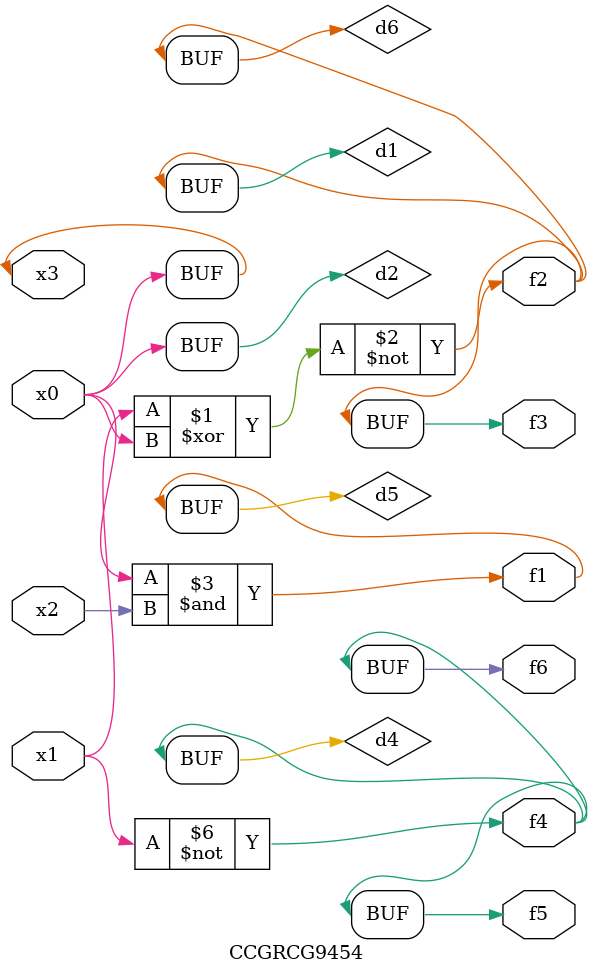
<source format=v>
module CCGRCG9454(
	input x0, x1, x2, x3,
	output f1, f2, f3, f4, f5, f6
);

	wire d1, d2, d3, d4, d5, d6;

	xnor (d1, x1, x3);
	buf (d2, x0, x3);
	nand (d3, x0, x2);
	not (d4, x1);
	nand (d5, d3);
	or (d6, d1);
	assign f1 = d5;
	assign f2 = d6;
	assign f3 = d6;
	assign f4 = d4;
	assign f5 = d4;
	assign f6 = d4;
endmodule

</source>
